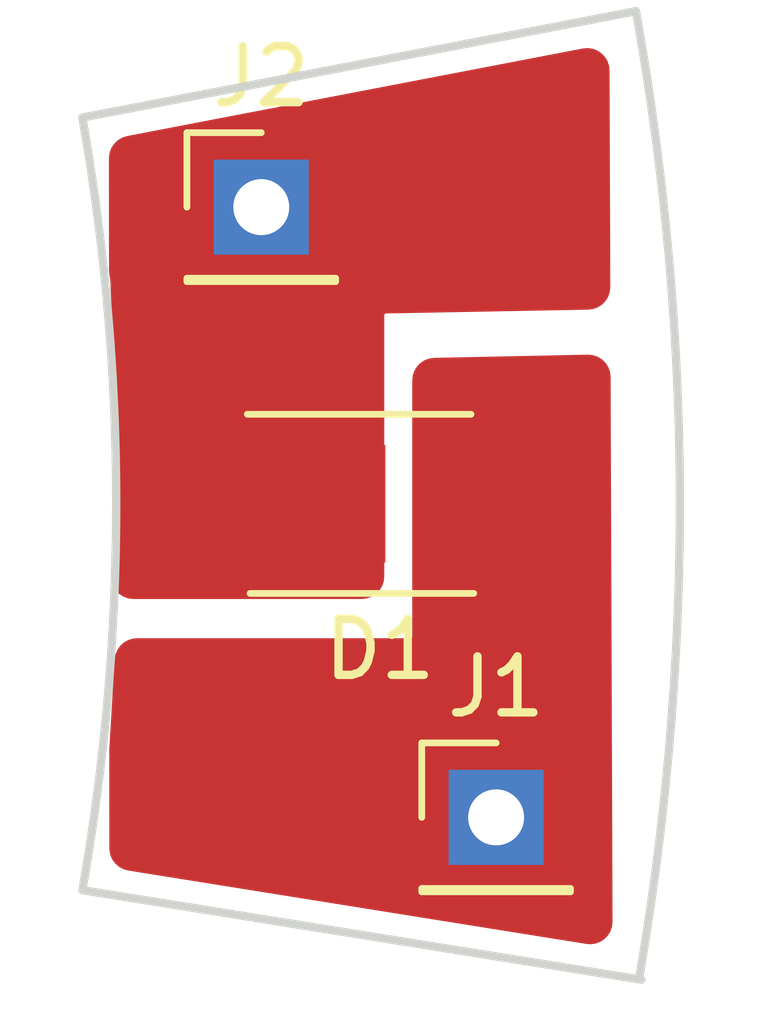
<source format=kicad_pcb>
(kicad_pcb (version 4) (host pcbnew 4.0.7)

  (general
    (links 2)
    (no_connects 0)
    (area 99.924999 91 151.14762 109.300001)
    (thickness 1.6)
    (drawings 4)
    (tracks 2)
    (zones 0)
    (modules 3)
    (nets 3)
  )

  (page A4)
  (layers
    (0 F.Cu signal)
    (31 B.Cu signal)
    (32 B.Adhes user)
    (33 F.Adhes user)
    (34 B.Paste user)
    (35 F.Paste user)
    (36 B.SilkS user)
    (37 F.SilkS user)
    (38 B.Mask user)
    (39 F.Mask user)
    (40 Dwgs.User user)
    (41 Cmts.User user)
    (42 Eco1.User user)
    (43 Eco2.User user)
    (44 Edge.Cuts user)
    (45 Margin user)
    (46 B.CrtYd user)
    (47 F.CrtYd user)
    (48 B.Fab user)
    (49 F.Fab user)
  )

  (setup
    (last_trace_width 0.6)
    (user_trace_width 0.6)
    (user_trace_width 0.8)
    (user_trace_width 1)
    (user_trace_width 1.5)
    (trace_clearance 0.2)
    (zone_clearance 0.4)
    (zone_45_only no)
    (trace_min 0.6)
    (segment_width 0.2)
    (edge_width 0.15)
    (via_size 1.5)
    (via_drill 0.8)
    (via_min_size 1.5)
    (via_min_drill 0.8)
    (uvia_size 0.3)
    (uvia_drill 0.1)
    (uvias_allowed no)
    (uvia_min_size 0.2)
    (uvia_min_drill 0.1)
    (pcb_text_width 0.3)
    (pcb_text_size 1.5 1.5)
    (mod_edge_width 0.15)
    (mod_text_size 1 1)
    (mod_text_width 0.15)
    (pad_size 1.524 1.524)
    (pad_drill 0.762)
    (pad_to_mask_clearance 0.2)
    (aux_axis_origin 0 0)
    (visible_elements FFFFFF7F)
    (pcbplotparams
      (layerselection 0x01000_00000001)
      (usegerberextensions false)
      (excludeedgelayer false)
      (linewidth 0.200000)
      (plotframeref false)
      (viasonmask false)
      (mode 1)
      (useauxorigin false)
      (hpglpennumber 1)
      (hpglpenspeed 20)
      (hpglpendiameter 15)
      (hpglpenoverlay 2)
      (psnegative false)
      (psa4output false)
      (plotreference true)
      (plotvalue true)
      (plotinvisibletext false)
      (padsonsilk false)
      (subtractmaskfromsilk false)
      (outputformat 1)
      (mirror false)
      (drillshape 0)
      (scaleselection 1)
      (outputdirectory ""))
  )

  (net 0 "")
  (net 1 "Net-(D1-Pad1)")
  (net 2 "Net-(D1-Pad2)")

  (net_class Default "Ceci est la Netclass par défaut"
    (clearance 0.2)
    (trace_width 0.6)
    (via_dia 1.5)
    (via_drill 0.8)
    (uvia_dia 0.3)
    (uvia_drill 0.1)
    (add_net "Net-(D1-Pad1)")
    (add_net "Net-(D1-Pad2)")
  )

  (module LEDs:LED_PLCC_2835_Handsoldering (layer F.Cu) (tedit 575B2B12) (tstamp 5C0DFB38)
    (at 144.5 100)
    (descr http://www.everlight.com/file/ProductFile/67-21S-KK2C-H4040QAR32835Z15-2T.pdf)
    (tags LED)
    (path /5C07B2BB)
    (attr smd)
    (fp_text reference D1 (at -0.18 2.6) (layer F.SilkS)
      (effects (font (size 1 1) (thickness 0.15)))
    )
    (fp_text value JE2835AWT (at -0.2 -2.6) (layer F.Fab)
      (effects (font (size 1 1) (thickness 0.15)))
    )
    (fp_line (start 1.15 -0.65) (end 0.7 -0.65) (layer F.Fab) (width 0.1))
    (fp_line (start 0.93 -0.4) (end 0.93 -0.9) (layer F.Fab) (width 0.1))
    (fp_line (start 2.3 -1.75) (end 2.3 1.75) (layer F.CrtYd) (width 0.05))
    (fp_line (start -2.8 -1.75) (end 2.3 -1.75) (layer F.CrtYd) (width 0.05))
    (fp_line (start -2.8 1.75) (end -2.8 -1.75) (layer F.CrtYd) (width 0.05))
    (fp_line (start 2.3 1.75) (end -2.8 1.75) (layer F.CrtYd) (width 0.05))
    (fp_line (start 1.45 -1.6) (end -2.55 -1.6) (layer F.SilkS) (width 0.12))
    (fp_line (start 1.5 1.6) (end -2.5 1.6) (layer F.SilkS) (width 0.12))
    (fp_line (start 1.4 -0.8) (end 1.4 0) (layer F.Fab) (width 0.1))
    (fp_line (start 1 -1.2) (end 1.4 -0.8) (layer F.Fab) (width 0.1))
    (fp_line (start -1.4 -1.2) (end 1 -1.2) (layer F.Fab) (width 0.1))
    (fp_line (start -1.8 -0.8) (end -1.4 -1.2) (layer F.Fab) (width 0.1))
    (fp_line (start -1.8 0.8) (end -1.8 -0.8) (layer F.Fab) (width 0.1))
    (fp_line (start -1.4 1.2) (end -1.8 0.8) (layer F.Fab) (width 0.1))
    (fp_line (start 1 1.2) (end -1.4 1.2) (layer F.Fab) (width 0.1))
    (fp_line (start 1.4 0.8) (end 1 1.2) (layer F.Fab) (width 0.1))
    (fp_line (start 1.4 0) (end 1.4 0.8) (layer F.Fab) (width 0.1))
    (fp_line (start 1.55 -1.4) (end 1.55 1.4) (layer F.Fab) (width 0.1))
    (fp_line (start -1.95 -1.4) (end 1.55 -1.4) (layer F.Fab) (width 0.1))
    (fp_line (start -1.95 1.4) (end -1.95 -1.4) (layer F.Fab) (width 0.1))
    (fp_line (start 1.55 1.4) (end -1.95 1.4) (layer F.Fab) (width 0.1))
    (pad 1 smd rect (at -1.33 0 180) (size 2.5 2.1) (layers F.Cu F.Paste F.Mask)
      (net 1 "Net-(D1-Pad1)"))
    (pad 2 smd rect (at 1.33 0 180) (size 1.5 2.1) (layers F.Cu F.Paste F.Mask)
      (net 2 "Net-(D1-Pad2)"))
    (model LEDs.3dshapes\LED_PLCC_2835_Handsoldering.wrl
      (at (xyz 0 0 0))
      (scale (xyz 0.4 0.4 0.4))
      (rotate (xyz 0 0 0))
    )
  )

  (module Pin_Headers:Pin_Header_Straight_1x01_Pitch2.54mm (layer F.Cu) (tedit 59650532) (tstamp 5C0DFB3D)
    (at 146.4 105.6)
    (descr "Through hole straight pin header, 1x01, 2.54mm pitch, single row")
    (tags "Through hole pin header THT 1x01 2.54mm single row")
    (path /5C07B6C1)
    (fp_text reference J1 (at 0 -2.33) (layer F.SilkS)
      (effects (font (size 1 1) (thickness 0.15)))
    )
    (fp_text value Conn_01x01 (at 0 2.33) (layer F.Fab)
      (effects (font (size 1 1) (thickness 0.15)))
    )
    (fp_line (start -0.635 -1.27) (end 1.27 -1.27) (layer F.Fab) (width 0.1))
    (fp_line (start 1.27 -1.27) (end 1.27 1.27) (layer F.Fab) (width 0.1))
    (fp_line (start 1.27 1.27) (end -1.27 1.27) (layer F.Fab) (width 0.1))
    (fp_line (start -1.27 1.27) (end -1.27 -0.635) (layer F.Fab) (width 0.1))
    (fp_line (start -1.27 -0.635) (end -0.635 -1.27) (layer F.Fab) (width 0.1))
    (fp_line (start -1.33 1.33) (end 1.33 1.33) (layer F.SilkS) (width 0.12))
    (fp_line (start -1.33 1.27) (end -1.33 1.33) (layer F.SilkS) (width 0.12))
    (fp_line (start 1.33 1.27) (end 1.33 1.33) (layer F.SilkS) (width 0.12))
    (fp_line (start -1.33 1.27) (end 1.33 1.27) (layer F.SilkS) (width 0.12))
    (fp_line (start -1.33 0) (end -1.33 -1.33) (layer F.SilkS) (width 0.12))
    (fp_line (start -1.33 -1.33) (end 0 -1.33) (layer F.SilkS) (width 0.12))
    (fp_line (start -1.8 -1.8) (end -1.8 1.8) (layer F.CrtYd) (width 0.05))
    (fp_line (start -1.8 1.8) (end 1.8 1.8) (layer F.CrtYd) (width 0.05))
    (fp_line (start 1.8 1.8) (end 1.8 -1.8) (layer F.CrtYd) (width 0.05))
    (fp_line (start 1.8 -1.8) (end -1.8 -1.8) (layer F.CrtYd) (width 0.05))
    (fp_text user %R (at 0 0 90) (layer F.Fab)
      (effects (font (size 1 1) (thickness 0.15)))
    )
    (pad 1 thru_hole rect (at 0 0) (size 1.7 1.7) (drill 1) (layers *.Cu *.Mask)
      (net 2 "Net-(D1-Pad2)"))
    (model ${KISYS3DMOD}/Pin_Headers.3dshapes/Pin_Header_Straight_1x01_Pitch2.54mm.wrl
      (at (xyz 0 0 0))
      (scale (xyz 1 1 1))
      (rotate (xyz 0 0 0))
    )
  )

  (module Pin_Headers:Pin_Header_Straight_1x01_Pitch2.54mm (layer F.Cu) (tedit 59650532) (tstamp 5C0DFB42)
    (at 142.2 94.7)
    (descr "Through hole straight pin header, 1x01, 2.54mm pitch, single row")
    (tags "Through hole pin header THT 1x01 2.54mm single row")
    (path /5C07B7CA)
    (fp_text reference J2 (at 0 -2.33) (layer F.SilkS)
      (effects (font (size 1 1) (thickness 0.15)))
    )
    (fp_text value Conn_01x01 (at 0 2.33) (layer F.Fab)
      (effects (font (size 1 1) (thickness 0.15)))
    )
    (fp_line (start -0.635 -1.27) (end 1.27 -1.27) (layer F.Fab) (width 0.1))
    (fp_line (start 1.27 -1.27) (end 1.27 1.27) (layer F.Fab) (width 0.1))
    (fp_line (start 1.27 1.27) (end -1.27 1.27) (layer F.Fab) (width 0.1))
    (fp_line (start -1.27 1.27) (end -1.27 -0.635) (layer F.Fab) (width 0.1))
    (fp_line (start -1.27 -0.635) (end -0.635 -1.27) (layer F.Fab) (width 0.1))
    (fp_line (start -1.33 1.33) (end 1.33 1.33) (layer F.SilkS) (width 0.12))
    (fp_line (start -1.33 1.27) (end -1.33 1.33) (layer F.SilkS) (width 0.12))
    (fp_line (start 1.33 1.27) (end 1.33 1.33) (layer F.SilkS) (width 0.12))
    (fp_line (start -1.33 1.27) (end 1.33 1.27) (layer F.SilkS) (width 0.12))
    (fp_line (start -1.33 0) (end -1.33 -1.33) (layer F.SilkS) (width 0.12))
    (fp_line (start -1.33 -1.33) (end 0 -1.33) (layer F.SilkS) (width 0.12))
    (fp_line (start -1.8 -1.8) (end -1.8 1.8) (layer F.CrtYd) (width 0.05))
    (fp_line (start -1.8 1.8) (end 1.8 1.8) (layer F.CrtYd) (width 0.05))
    (fp_line (start 1.8 1.8) (end 1.8 -1.8) (layer F.CrtYd) (width 0.05))
    (fp_line (start 1.8 -1.8) (end -1.8 -1.8) (layer F.CrtYd) (width 0.05))
    (fp_text user %R (at 0 0 90) (layer F.Fab)
      (effects (font (size 1 1) (thickness 0.15)))
    )
    (pad 1 thru_hole rect (at 0 0) (size 1.7 1.7) (drill 1) (layers *.Cu *.Mask)
      (net 1 "Net-(D1-Pad1)"))
    (model ${KISYS3DMOD}/Pin_Headers.3dshapes/Pin_Header_Straight_1x01_Pitch2.54mm.wrl
      (at (xyz 0 0 0))
      (scale (xyz 1 1 1))
      (rotate (xyz 0 0 0))
    )
  )

  (gr_line (start 139 106.9) (end 149 108.5) (angle 90) (layer Edge.Cuts) (width 0.15))
  (gr_line (start 139 93.1) (end 148.9 91.2) (angle 90) (layer Edge.Cuts) (width 0.15))
  (gr_arc (start 100 100) (end 148.9 91.2) (angle 20) (layer Edge.Cuts) (width 0.15))
  (gr_arc (start 100 100) (end 139 93.1) (angle 20) (layer Edge.Cuts) (width 0.15))

  (segment (start 143.17 100) (end 142.2 94.7) (width 0.8) (layer F.Cu) (net 1))
  (segment (start 145.83 100) (end 146.4 105.6) (width 0.8) (layer F.Cu) (net 2))

  (zone (net 1) (net_name "Net-(D1-Pad1)") (layer F.Cu) (tstamp 5C0DFBBF) (hatch edge 0.508)
    (connect_pads yes (clearance 0.4))
    (min_thickness 0.8)
    (fill yes (arc_segments 16) (thermal_gap 0.4) (thermal_bridge_width 0.9))
    (polygon
      (pts
        (xy 139 93.1) (xy 139.5 96) (xy 139.6 98.2) (xy 139.5 101.7) (xy 144.4 101.7)
        (xy 144.4 96.6) (xy 149.7 96.5) (xy 149.4 91.1) (xy 138.6 91)
      )
    )
    (filled_polygon
      (pts
        (xy 148.042354 96.131205) (xy 144.392454 96.200071) (xy 144.237454 96.234516) (xy 144.108066 96.32655) (xy 144.024679 96.461673)
        (xy 144 96.6) (xy 144 101.3) (xy 139.911592 101.3) (xy 139.999837 98.211424) (xy 139.999587 98.181837)
        (xy 139.899587 95.981837) (xy 139.894184 95.932037) (xy 139.876578 95.829923) (xy 139.875418 93.822959) (xy 148.028719 92.258184)
      )
    )
  )
  (zone (net 2) (net_name "Net-(D1-Pad2)") (layer F.Cu) (tstamp 5C0DFBC1) (hatch edge 0.508)
    (connect_pads yes (clearance 0.4))
    (min_thickness 0.8)
    (fill yes (arc_segments 16) (thermal_gap 0.4) (thermal_bridge_width 0.9))
    (polygon
      (pts
        (xy 149.8 109.3) (xy 139.2 109.1) (xy 139.6 102.4) (xy 144.9 102.4) (xy 144.9 97.4)
        (xy 149.7 97.3)
      )
    )
    (filled_polygon
      (pts
        (xy 148.08226 107.467032) (xy 139.882547 106.155078) (xy 139.88153 104.396301) (xy 139.976832 102.8) (xy 144.9 102.8)
        (xy 145.055622 102.768486) (xy 145.186723 102.678908) (xy 145.272644 102.545383) (xy 145.3 102.4) (xy 145.3 97.791753)
        (xy 148.047998 97.734503)
      )
    )
  )
)

</source>
